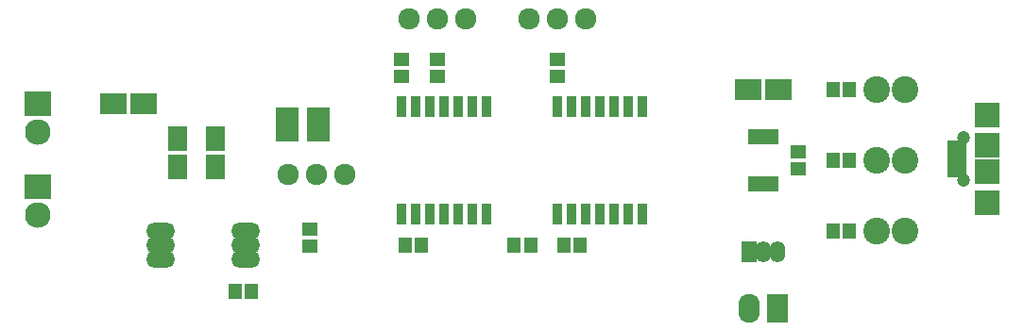
<source format=gbr>
%TF.GenerationSoftware,KiCad,Pcbnew,0.201511041201+6297~30~ubuntu15.04.1-product*%
%TF.CreationDate,2015-11-12T00:10:28+01:00*%
%TF.ProjectId,transmitter,7472616E736D69747465722E6B696361,rev?*%
%TF.FileFunction,Soldermask,Bot*%
%FSLAX46Y46*%
G04 Gerber Fmt 4.6, Leading zero omitted, Abs format (unit mm)*
G04 Created by KiCad (PCBNEW 0.201511041201+6297~30~ubuntu15.04.1-product) date czw, 12 lis 2015, 00:10:28*
%MOMM*%
G01*
G04 APERTURE LIST*
%ADD10C,0.100000*%
%ADD11R,2.297380X2.297380*%
%ADD12R,1.748740X0.798780*%
%ADD13R,1.746200X0.798780*%
%ADD14C,1.197560*%
%ADD15R,2.350720X1.901140*%
%ADD16R,1.400760X1.299160*%
%ADD17R,1.299160X1.400760*%
%ADD18C,2.398980*%
%ADD19R,2.400000X2.300000*%
%ADD20C,2.300000*%
%ADD21R,1.800000X2.200000*%
%ADD22R,1.349960X1.898600*%
%ADD23O,1.349960X1.898600*%
%ADD24O,2.600000X1.500000*%
%ADD25R,2.000200X3.092400*%
%ADD26C,1.924000*%
%ADD27R,0.650000X1.400000*%
%ADD28R,0.951180X1.830020*%
%ADD29R,1.924000X2.599640*%
%ADD30O,1.924000X2.599640*%
G04 APERTURE END LIST*
D10*
D11*
X140716000Y-101544120D03*
X140716000Y-103941880D03*
X140716000Y-106692700D03*
X140716000Y-98793300D03*
D12*
X138041380Y-101442520D03*
D13*
X138041380Y-102095300D03*
X138041380Y-102743000D03*
X138041380Y-103390700D03*
X138041380Y-104043480D03*
D14*
X138569700Y-104640380D03*
X138567160Y-100843080D03*
D15*
X122024140Y-96520000D03*
X119275860Y-96520000D03*
D16*
X102235000Y-95366840D03*
X102235000Y-93863160D03*
D17*
X98308160Y-110490000D03*
X99811840Y-110490000D03*
D16*
X88265000Y-95366840D03*
X88265000Y-93863160D03*
D18*
X130810000Y-109220000D03*
X133350000Y-109220000D03*
X130810000Y-102870000D03*
X133350000Y-102870000D03*
X130810000Y-96520000D03*
X133350000Y-96520000D03*
D19*
X55626000Y-105268000D03*
D20*
X55626000Y-107808000D03*
D21*
X68150000Y-103505000D03*
X71550000Y-103505000D03*
X71550000Y-100965000D03*
X68150000Y-100965000D03*
D22*
X119400320Y-111125000D03*
D23*
X120650000Y-111125000D03*
X121899680Y-111125000D03*
D24*
X66675000Y-109220000D03*
X66675000Y-110490000D03*
X66675000Y-111760000D03*
X74295000Y-111760000D03*
X74295000Y-110490000D03*
X74295000Y-109220000D03*
D17*
X128386840Y-109220000D03*
X126883160Y-109220000D03*
X128386840Y-102870000D03*
X126883160Y-102870000D03*
X128386840Y-96520000D03*
X126883160Y-96520000D03*
D16*
X123825000Y-103621840D03*
X123825000Y-102118160D03*
X91440000Y-93863160D03*
X91440000Y-95366840D03*
D17*
X73289160Y-114681000D03*
X74792840Y-114681000D03*
D16*
X80010000Y-109103160D03*
X80010000Y-110606840D03*
D25*
X80772000Y-99695000D03*
X77978000Y-99695000D03*
D26*
X102235000Y-90170000D03*
X99695000Y-90170000D03*
X104775000Y-90170000D03*
X91440000Y-90170000D03*
X88900000Y-90170000D03*
X93980000Y-90170000D03*
X80645000Y-104140000D03*
X83185000Y-104140000D03*
X78105000Y-104140000D03*
D27*
X119650000Y-100756900D03*
X120150000Y-100756900D03*
X120650000Y-100756900D03*
X121150000Y-100756900D03*
X121650000Y-100756900D03*
X121650000Y-104983100D03*
X121150000Y-104983100D03*
X120650000Y-104983100D03*
X120150000Y-104983100D03*
X119650000Y-104983100D03*
D28*
X102235000Y-98059240D03*
X103505000Y-98059240D03*
X104775000Y-98059240D03*
X106045000Y-98059240D03*
X107315000Y-98059240D03*
X108585000Y-98059240D03*
X109855000Y-98059240D03*
X109855000Y-107680760D03*
X108585000Y-107680760D03*
X107315000Y-107680760D03*
X106045000Y-107680760D03*
X104775000Y-107680760D03*
X103505000Y-107680760D03*
X102235000Y-107680760D03*
X88265000Y-98059240D03*
X89535000Y-98059240D03*
X90805000Y-98059240D03*
X92075000Y-98059240D03*
X93345000Y-98059240D03*
X94615000Y-98059240D03*
X95885000Y-98059240D03*
X95885000Y-107680760D03*
X94615000Y-107680760D03*
X93345000Y-107680760D03*
X92075000Y-107680760D03*
X90805000Y-107680760D03*
X89535000Y-107680760D03*
X88265000Y-107680760D03*
D29*
X121920000Y-116205000D03*
D30*
X119380000Y-116205000D03*
D19*
X55626000Y-97805000D03*
D20*
X55626000Y-100345000D03*
D17*
X88529160Y-110490000D03*
X90032840Y-110490000D03*
X102753160Y-110490000D03*
X104256840Y-110490000D03*
D15*
X65128140Y-97790000D03*
X62379860Y-97790000D03*
M02*

</source>
